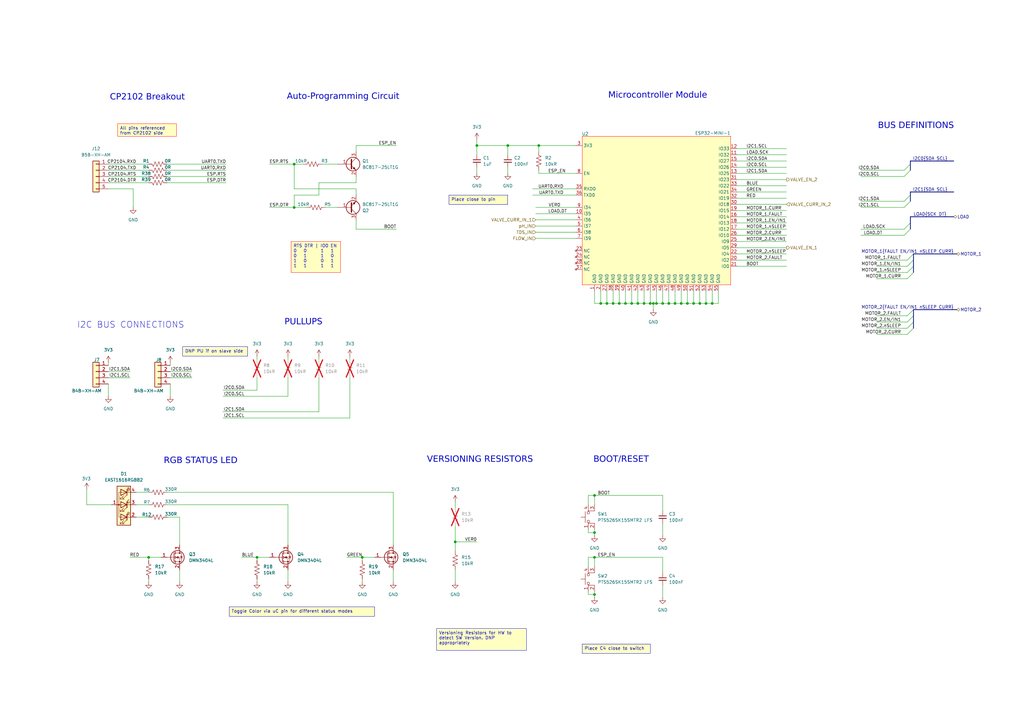
<source format=kicad_sch>
(kicad_sch (version 20231120) (generator "eeschema") (generator_version "8.0")
  (paper "A3")
  (title_block (title "${SHEETNAME}") (rev "1.0.0") (company "Demeter") (comment 1 "Akshat Doctor"))
  (lib_symbols
    (symbol "Connector_Generic:Conn_01x04" (pin_names (offset 1.016) hide)
      (property "Reference" "J" (at 0 5.08 0))
      (property "Value" "Conn_01x04" (at 0 -7.62 0))
      (symbol "Conn_01x04_1_1"
        (rectangle (start -1.27 -4.953) (end 0 -5.207) (stroke (width 0.1524)))
        (rectangle (start -1.27 -2.413) (end 0 -2.667) (stroke (width 0.1524)))
        (rectangle (start -1.27 0.127) (end 0 -0.127) (stroke (width 0.1524)))
        (rectangle (start -1.27 2.667) (end 0 2.413) (stroke (width 0.1524)))
        (rectangle (start -1.27 3.81) (end 1.27 -6.35) (stroke (width 0.254)) (fill (type background)))
        (pin passive line (at -5.08 2.54 0) (length 3.81) (name "Pin_1") (number "1"))
        (pin passive line (at -5.08 0 0) (length 3.81) (name "Pin_2") (number "2"))
        (pin passive line (at -5.08 -2.54 0) (length 3.81) (name "Pin_3") (number "3"))
        (pin passive line (at -5.08 -5.08 0) (length 3.81) (name "Pin_4") (number "4"))
      )
    )
    (symbol "Connector_Generic:Conn_01x05" (pin_names (offset 1.016) hide)
      (property "Reference" "J" (at 0 7.62 0))
      (property "Value" "Conn_01x05" (at 0 -7.62 0))
      (symbol "Conn_01x05_1_1"
        (rectangle (start -1.27 -4.953) (end 0 -5.207) (stroke (width 0.1524)))
        (rectangle (start -1.27 -2.413) (end 0 -2.667) (stroke (width 0.1524)))
        (rectangle (start -1.27 0.127) (end 0 -0.127) (stroke (width 0.1524)))
        (rectangle (start -1.27 2.667) (end 0 2.413) (stroke (width 0.1524)))
        (rectangle (start -1.27 5.207) (end 0 4.953) (stroke (width 0.1524)))
        (rectangle (start -1.27 6.35) (end 1.27 -6.35) (stroke (width 0.254)) (fill (type background)))
        (pin passive line (at -5.08 5.08 0) (length 3.81) (name "Pin_1") (number "1"))
        (pin passive line (at -5.08 2.54 0) (length 3.81) (name "Pin_2") (number "2"))
        (pin passive line (at -5.08 0 0) (length 3.81) (name "Pin_3") (number "3"))
        (pin passive line (at -5.08 -2.54 0) (length 3.81) (name "Pin_4") (number "4"))
        (pin passive line (at -5.08 -5.08 0) (length 3.81) (name "Pin_5") (number "5"))
      )
    )
    (symbol "Demeter_Extra:ESP32-MINI-1"
      (property "Reference" "U" (at 1.016 61.976 0))
      (property "Value" "ESP32-MINI-1" (at 53.594 61.976 0))
      (symbol "ESP32-MINI-1_1_1"
        (rectangle (start 0 60.96) (end 60.96 0) (stroke (width 0) (color 255 0 0 1)) (fill (type background)))
        (pin passive line (at 5.08 -2.54 90) (length 2.54) (name "GND") (number "1"))
        (pin passive line (at -2.54 29.21 0) (length 2.54) (name "I35") (number "10"))
        (pin passive line (at 63.5 53.34 180) (length 2.54) (name "IO32") (number "11"))
        (pin passive line (at 63.5 55.88 180) (length 2.54) (name "IO33") (number "12"))
        (pin passive line (at 63.5 45.72 180) (length 2.54) (name "IO25") (number "13"))
        (pin passive line (at 63.5 48.26 180) (length 2.54) (name "IO26") (number "14"))
        (pin passive line (at 63.5 50.8 180) (length 2.54) (name "IO27") (number "15"))
        (pin passive line (at 63.5 27.94 180) (length 2.54) (name "IO14") (number "16"))
        (pin passive line (at 63.5 22.86 180) (length 2.54) (name "IO12") (number "17"))
        (pin passive line (at 63.5 25.4 180) (length 2.54) (name "IO13") (number "18"))
        (pin passive line (at 63.5 30.48 180) (length 2.54) (name "IO15") (number "19"))
        (pin passive line (at 7.62 -2.54 90) (length 2.54) (name "GND") (number "2"))
        (pin passive line (at 63.5 10.16 180) (length 2.54) (name "IO2") (number "20"))
        (pin passive line (at 63.5 7.62 180) (length 2.54) (name "IO0") (number "21"))
        (pin passive line (at 63.5 12.7 180) (length 2.54) (name "IO4") (number "22"))
        (pin no_connect line (at -2.54 13.97 0) (length 2.54) (name "NC") (number "23"))
        (pin no_connect line (at -2.54 11.43 0) (length 2.54) (name "NC") (number "24"))
        (pin passive line (at 63.5 17.78 180) (length 2.54) (name "IO9") (number "25"))
        (pin passive line (at 63.5 20.32 180) (length 2.54) (name "IO10") (number "26"))
        (pin passive line (at 10.16 -2.54 90) (length 2.54) (name "GND") (number "27"))
        (pin no_connect line (at -2.54 8.89 0) (length 2.54) (name "NC") (number "28"))
        (pin passive line (at 63.5 15.24 180) (length 2.54) (name "IO5") (number "29"))
        (pin passive line (at -2.54 57.15 0) (length 2.54) (name "3V3") (number "3"))
        (pin passive line (at 63.5 33.02 180) (length 2.54) (name "IO18") (number "30"))
        (pin passive line (at 63.5 43.18 180) (length 2.54) (name "IO23") (number "31"))
        (pin passive line (at 63.5 35.56 180) (length 2.54) (name "IO19") (number "32"))
        (pin passive line (at 63.5 40.64 180) (length 2.54) (name "IO22") (number "33"))
        (pin passive line (at 63.5 38.1 180) (length 2.54) (name "IO21") (number "34"))
        (pin passive line (at -2.54 39.37 0) (length 2.54) (name "RXD0") (number "35"))
        (pin passive line (at -2.54 36.83 0) (length 2.54) (name "TXD0") (number "36"))
        (pin no_connect line (at -2.54 6.35 0) (length 2.54) (name "NC") (number "37"))
        (pin passive line (at 12.7 -2.54 90) (length 2.54) (name "GND") (number "38"))
        (pin passive line (at 15.24 -2.54 90) (length 2.54) (name "GND") (number "39"))
        (pin passive line (at -2.54 26.67 0) (length 2.54) (name "I36") (number "4"))
        (pin passive line (at 17.78 -2.54 90) (length 2.54) (name "GND") (number "40"))
        (pin passive line (at 20.32 -2.54 90) (length 2.54) (name "GND") (number "41"))
        (pin passive line (at 22.86 -2.54 90) (length 2.54) (name "GND") (number "42"))
        (pin passive line (at 25.4 -2.54 90) (length 2.54) (name "GND") (number "43"))
        (pin passive line (at 27.94 -2.54 90) (length 2.54) (name "GND") (number "44"))
        (pin passive line (at 30.48 -2.54 90) (length 2.54) (name "GND") (number "45"))
        (pin passive line (at 33.02 -2.54 90) (length 2.54) (name "GND") (number "46"))
        (pin passive line (at 35.56 -2.54 90) (length 2.54) (name "GND") (number "47"))
        (pin passive line (at 38.1 -2.54 90) (length 2.54) (name "GND") (number "48"))
        (pin passive line (at 40.64 -2.54 90) (length 2.54) (name "GND") (number "49"))
        (pin passive line (at -2.54 24.13 0) (length 2.54) (name "I37") (number "5"))
        (pin passive line (at 43.18 -2.54 90) (length 2.54) (name "GND") (number "50"))
        (pin passive line (at 45.72 -2.54 90) (length 2.54) (name "GND") (number "51"))
        (pin passive line (at 48.26 -2.54 90) (length 2.54) (name "GND") (number "52"))
        (pin passive line (at 50.8 -2.54 90) (length 2.54) (name "GND") (number "53"))
        (pin passive line (at 53.34 -2.54 90) (length 2.54) (name "GND") (number "54"))
        (pin passive line (at 55.88 -2.54 90) (length 2.54) (name "GND") (number "55"))
        (pin passive line (at -2.54 21.59 0) (length 2.54) (name "I38") (number "6"))
        (pin passive line (at -2.54 19.05 0) (length 2.54) (name "I39") (number "7"))
        (pin passive line (at -2.54 45.72 0) (length 2.54) (name "EN") (number "8"))
        (pin passive line (at -2.54 31.75 0) (length 2.54) (name "I34") (number "9"))
      )
    )
    (symbol "Device:C_Small" (pin_numbers hide) (pin_names (offset 0.254) hide)
      (property "Reference" "C" (at 0.254 1.778 0))
      (property "Value" "C_Small" (at 0.254 -2.032 0))
      (symbol "C_Small_0_1"
        (polyline (pts (xy -1.524 -0.508) (xy 1.524 -0.508)) (stroke (width 0.3302)))
        (polyline (pts (xy -1.524 0.508) (xy 1.524 0.508)) (stroke (width 0.3048)))
      )
      (symbol "C_Small_1_1"
        (pin passive line (at 0 2.54 270) (length 2.032) (name "~") (number "1"))
        (pin passive line (at 0 -2.54 90) (length 2.032) (name "~") (number "2"))
      )
    )
    (symbol "Device:LED_ARGB" (pin_names (offset 0) hide)
      (property "Reference" "D" (at 0 9.398 0))
      (property "Value" "LED_ARGB" (at 0 -8.89 0))
      (symbol "LED_ARGB_0_0"
        (text "B" (at -1.905 -6.35 0) (effects (font (size 1.27 1.27))))
        (text "G" (at -1.905 -1.27 0) (effects (font (size 1.27 1.27))))
        (text "R" (at -1.905 3.81 0) (effects (font (size 1.27 1.27))))
      )
      (symbol "LED_ARGB_0_1"
        (polyline (pts (xy -1.27 -5.08) (xy -2.54 -5.08)))
        (polyline (pts (xy -1.27 -5.08) (xy 1.27 -5.08)))
        (polyline (pts (xy -1.27 -3.81) (xy -1.27 -6.35)) (stroke (width 0.254)))
        (polyline (pts (xy -1.27 0) (xy -2.54 0)))
        (polyline (pts (xy -1.27 1.27) (xy -1.27 -1.27)) (stroke (width 0.254)))
        (polyline (pts (xy -1.27 5.08) (xy -2.54 5.08)))
        (polyline (pts (xy -1.27 5.08) (xy 1.27 5.08)))
        (polyline (pts (xy -1.27 6.35) (xy -1.27 3.81)) (stroke (width 0.254)))
        (polyline (pts (xy 1.27 0) (xy -1.27 0)))
        (polyline (pts (xy 1.27 0) (xy 2.54 0)))
        (polyline (pts (xy -1.27 1.27) (xy -1.27 -1.27) (xy -1.27 -1.27)))
        (polyline (pts (xy -1.27 6.35) (xy -1.27 3.81) (xy -1.27 3.81)))
        (polyline (pts (xy 1.27 -5.08) (xy 2.032 -5.08) (xy 2.032 5.08) (xy 1.27 5.08)))
        (polyline (pts (xy 1.27 -3.81) (xy 1.27 -6.35) (xy -1.27 -5.08) (xy 1.27 -3.81)) (stroke (width 0.254)))
        (polyline (pts (xy 1.27 1.27) (xy 1.27 -1.27) (xy -1.27 0) (xy 1.27 1.27)) (stroke (width 0.254)))
        (polyline (pts (xy 1.27 6.35) (xy 1.27 3.81) (xy -1.27 5.08) (xy 1.27 6.35)) (stroke (width 0.254)))
        (polyline (pts (xy -1.016 -3.81) (xy 0.508 -2.286) (xy -0.254 -2.286) (xy 0.508 -2.286) (xy 0.508 -3.048)))
        (polyline (pts (xy -1.016 1.27) (xy 0.508 2.794) (xy -0.254 2.794) (xy 0.508 2.794) (xy 0.508 2.032)))
        (polyline (pts (xy -1.016 6.35) (xy 0.508 7.874) (xy -0.254 7.874) (xy 0.508 7.874) (xy 0.508 7.112)))
        (polyline (pts (xy 0 -3.81) (xy 1.524 -2.286) (xy 0.762 -2.286) (xy 1.524 -2.286) (xy 1.524 -3.048)))
        (polyline (pts (xy 0 1.27) (xy 1.524 2.794) (xy 0.762 2.794) (xy 1.524 2.794) (xy 1.524 2.032)))
        (polyline (pts (xy 0 6.35) (xy 1.524 7.874) (xy 0.762 7.874) (xy 1.524 7.874) (xy 1.524 7.112)))
        (rectangle (start 1.27 -1.27) (end 1.27 1.27))
        (rectangle (start 1.27 1.27) (end 1.27 1.27))
        (rectangle (start 1.27 3.81) (end 1.27 6.35))
        (rectangle (start 1.27 6.35) (end 1.27 6.35))
        (circle (center 2.032 0) (radius 0.254) (fill (type outline)))
        (rectangle (start 2.794 8.382) (end -2.794 -7.62) (stroke (width 0.254)) (fill (type background)))
      )
      (symbol "LED_ARGB_1_1"
        (pin passive line (at 5.08 0 180) (length 2.54) (name "A") (number "1"))
        (pin passive line (at -5.08 5.08 0) (length 2.54) (name "RK") (number "2"))
        (pin passive line (at -5.08 0 0) (length 2.54) (name "GK") (number "3"))
        (pin passive line (at -5.08 -5.08 0) (length 2.54) (name "BK") (number "4"))
      )
    )
    (symbol "Device:R_US" (pin_numbers hide) (pin_names (offset 0))
      (property "Reference" "R" (at 2.54 0 90))
      (property "Value" "R_US" (at -2.54 0 90))
      (symbol "R_US_0_1"
        (polyline (pts (xy 0 -2.286) (xy 0 -2.54)))
        (polyline (pts (xy 0 2.286) (xy 0 2.54)))
        (polyline (pts (xy 0 -0.762) (xy 1.016 -1.143) (xy 0 -1.524) (xy -1.016 -1.905) (xy 0 -2.286)))
        (polyline (pts (xy 0 0.762) (xy 1.016 0.381) (xy 0 0) (xy -1.016 -0.381) (xy 0 -0.762)))
        (polyline (pts (xy 0 2.286) (xy 1.016 1.905) (xy 0 1.524) (xy -1.016 1.143) (xy 0 0.762)))
      )
      (symbol "R_US_1_1"
        (pin passive line (at 0 3.81 270) (length 1.27) (name "~") (number "1"))
        (pin passive line (at 0 -3.81 90) (length 1.27) (name "~") (number "2"))
      )
    )
    (symbol "Switch:SW_MEC_5E" (pin_names (offset 1.016) hide)
      (property "Reference" "SW" (at 0.635 5.715 0))
      (property "Value" "SW_MEC_5E" (at 0 -3.175 0))
      (symbol "SW_MEC_5E_0_1"
        (circle (center -1.778 2.54) (radius 0.508))
        (polyline (pts (xy -2.286 3.81) (xy 2.286 3.81)))
        (polyline (pts (xy 0 3.81) (xy 0 5.588)))
        (polyline (pts (xy -2.54 0) (xy -2.54 2.54) (xy -2.286 2.54)))
        (polyline (pts (xy 2.54 0) (xy 2.54 2.54) (xy 2.286 2.54)))
        (circle (center 1.778 2.54) (radius 0.508))
        (pin passive line (at -5.08 2.54 0) (length 2.54) (name "1") (number "1"))
        (pin passive line (at -5.08 0 0) (length 2.54) (name "2") (number "2"))
        (pin passive line (at 5.08 0 180) (length 2.54) (name "K") (number "3"))
        (pin passive line (at 5.08 2.54 180) (length 2.54) (name "A") (number "4"))
      )
    )
    (symbol "Transistor_BJT:BC817" (pin_names (offset 0) hide)
      (property "Reference" "Q" (at 5.08 1.905 0))
      (property "Value" "BC817" (at 5.08 0 0))
      (symbol "BC817_0_1"
        (polyline (pts (xy 0.635 0.635) (xy 2.54 2.54)))
        (polyline (pts (xy 0.635 -0.635) (xy 2.54 -2.54) (xy 2.54 -2.54)))
        (polyline (pts (xy 0.635 1.905) (xy 0.635 -1.905) (xy 0.635 -1.905)) (stroke (width 0.508)))
        (polyline (pts (xy 1.27 -1.778) (xy 1.778 -1.27) (xy 2.286 -2.286) (xy 1.27 -1.778) (xy 1.27 -1.778)) (fill (type outline)))
        (circle (center 1.27 0) (radius 2.8194) (stroke (width 0.254)))
      )
      (symbol "BC817_1_1"
        (pin input line (at -5.08 0 0) (length 5.715) (name "B") (number "1"))
        (pin passive line (at 2.54 -5.08 90) (length 2.54) (name "E") (number "2"))
        (pin passive line (at 2.54 5.08 270) (length 2.54) (name "C") (number "3"))
      )
    )
    (symbol "Transistor_FET:DMN3404L" (pin_names hide)
      (property "Reference" "Q" (at 5.08 1.905 0))
      (property "Value" "DMN3404L" (at 5.08 0 0))
      (symbol "DMN3404L_0_1"
        (polyline (pts (xy 0.254 0) (xy -2.54 0)))
        (polyline (pts (xy 0.254 1.905) (xy 0.254 -1.905)) (stroke (width 0.254)))
        (polyline (pts (xy 0.762 -1.27) (xy 0.762 -2.286)) (stroke (width 0.254)))
        (polyline (pts (xy 0.762 0.508) (xy 0.762 -0.508)) (stroke (width 0.254)))
        (polyline (pts (xy 0.762 2.286) (xy 0.762 1.27)) (stroke (width 0.254)))
        (polyline (pts (xy 2.54 2.54) (xy 2.54 1.778)))
        (polyline (pts (xy 2.54 -2.54) (xy 2.54 0) (xy 0.762 0)))
        (polyline (pts (xy 0.762 -1.778) (xy 3.302 -1.778) (xy 3.302 1.778) (xy 0.762 1.778)))
        (polyline (pts (xy 1.016 0) (xy 2.032 0.381) (xy 2.032 -0.381) (xy 1.016 0)) (fill (type outline)))
        (polyline (pts (xy 2.794 0.508) (xy 2.921 0.381) (xy 3.683 0.381) (xy 3.81 0.254)))
        (polyline (pts (xy 3.302 0.381) (xy 2.921 -0.254) (xy 3.683 -0.254) (xy 3.302 0.381)))
        (circle (center 1.651 0) (radius 2.794) (stroke (width 0.254)))
        (circle (center 2.54 -1.778) (radius 0.254) (fill (type outline)))
        (circle (center 2.54 1.778) (radius 0.254) (fill (type outline)))
      )
      (symbol "DMN3404L_1_1"
        (pin input line (at -5.08 0 0) (length 2.54) (name "G") (number "1"))
        (pin passive line (at 2.54 -5.08 90) (length 2.54) (name "S") (number "2"))
        (pin passive line (at 2.54 5.08 270) (length 2.54) (name "D") (number "3"))
      )
    )
    (symbol "power:+3V3" (power) (pin_numbers hide) (pin_names (offset 0) hide)
      (property "Value" "+3V3" (at 0 3.556 0))
      (symbol "+3V3_0_1"
        (polyline (pts (xy -0.762 1.27) (xy 0 2.54)))
        (polyline (pts (xy 0 0) (xy 0 2.54)))
        (polyline (pts (xy 0 2.54) (xy 0.762 1.27)))
      )
      (symbol "+3V3_1_1"
        (pin power_in line (at 0 0 90) (length 0) (name "~") (number "1"))
      )
    )
    (symbol "power:GND" (power) (pin_numbers hide) (pin_names (offset 0) hide)
      (property "Value" "GND" (at 0 -3.81 0))
      (symbol "GND_0_1"
        (polyline (pts (xy 0 0) (xy 0 -1.27) (xy 1.27 -1.27) (xy 0 -2.54) (xy -1.27 -1.27) (xy 0 -1.27)))
      )
      (symbol "GND_1_1"
        (pin power_in line (at 0 0 270) (length 0) (name "~") (number "1"))
      )
    )
    (symbol "power:VBUS" (power) (pin_numbers hide) (pin_names (offset 0) hide)
      (property "Value" "VBUS" (at 0 3.556 0))
      (symbol "VBUS_0_1"
        (polyline (pts (xy -0.762 1.27) (xy 0 2.54)))
        (polyline (pts (xy 0 0) (xy 0 2.54)))
        (polyline (pts (xy 0 2.54) (xy 0.762 1.27)))
      )
      (symbol "VBUS_1_1"
        (pin power_in line (at 0 0 90) (length 0) (name "~") (number "1"))
      )
    )
  )
  (junction (at 186.69 222.25))
  (junction (at 105.41 228.6))
  (junction (at 220.98 59.69))
  (junction (at 264.16 124.46))
  (junction (at 269.24 124.46))
  (junction (at 120.65 67.31))
  (junction (at 292.1 124.46))
  (junction (at 284.48 124.46))
  (junction (at 60.96 228.6))
  (junction (at 279.4 124.46))
  (junction (at 148.59 228.6))
  (junction (at 246.38 124.46))
  (junction (at 259.08 124.46))
  (junction (at 243.84 243.84))
  (junction (at 276.86 124.46))
  (junction (at 287.02 124.46))
  (junction (at 256.54 124.46))
  (junction (at 267.97 124.46))
  (junction (at 261.62 124.46))
  (junction (at 251.46 124.46))
  (junction (at 254 124.46))
  (junction (at 120.65 85.09))
  (junction (at 281.94 124.46))
  (junction (at 266.7 124.46))
  (junction (at 195.58 59.69))
  (junction (at 271.78 124.46))
  (junction (at 248.92 124.46))
  (junction (at 289.56 124.46))
  (junction (at 208.28 59.69))
  (junction (at 243.84 203.2))
  (junction (at 243.84 218.44))
  (junction (at 274.32 124.46))
  (junction (at 243.84 228.6))
  (bus_entry (at 373.38 93.98) (size -2.54 2.54))
  (bus_entry (at 374.65 109.22) (size -2.54 2.54))
  (bus_entry (at 374.65 132.08) (size -2.54 2.54))
  (bus_entry (at 374.65 106.68) (size -2.54 2.54))
  (bus_entry (at 374.65 129.54) (size -2.54 2.54))
  (bus_entry (at 373.38 69.85) (size -2.54 2.54))
  (bus_entry (at 373.38 91.44) (size -2.54 2.54))
  (bus_entry (at 374.65 127) (size -2.54 2.54))
  (bus_entry (at 373.38 67.31) (size -2.54 2.54))
  (bus_entry (at 374.65 134.62) (size -2.54 2.54))
  (bus_entry (at 373.38 80.01) (size -2.54 2.54))
  (bus_entry (at 374.65 104.14) (size -2.54 2.54))
  (bus_entry (at 374.65 111.76) (size -2.54 2.54))
  (bus_entry (at 373.38 82.55) (size -2.54 2.54))
  (wire (pts (xy 246.38 119.38) (xy 246.38 124.46)))
  (wire (pts (xy 60.96 228.6) (xy 60.96 229.87)))
  (wire (pts (xy 53.34 228.6) (xy 60.96 228.6)))
  (wire (pts (xy 124.46 67.31) (xy 120.65 67.31)))
  (wire (pts (xy 44.45 69.85) (xy 60.96 69.85)))
  (wire (pts (xy 146.05 77.47) (xy 146.05 80.01)))
  (wire (pts (xy 287.02 124.46) (xy 289.56 124.46)))
  (wire (pts (xy 69.85 148.59) (xy 69.85 149.86)))
  (wire (pts (xy 259.08 124.46) (xy 261.62 124.46)))
  (bus (pts (xy 373.38 91.44) (xy 373.38 93.98)))
  (wire (pts (xy 359.41 111.76) (xy 372.11 111.76)))
  (bus (pts (xy 374.65 109.22) (xy 374.65 111.76)))
  (wire (pts (xy 73.66 233.68) (xy 73.66 238.76)))
  (wire (pts (xy 195.58 59.69) (xy 195.58 63.5)))
  (wire (pts (xy 269.24 119.38) (xy 269.24 124.46)))
  (wire (pts (xy 146.05 62.23) (xy 146.05 59.69)))
  (wire (pts (xy 55.88 201.93) (xy 60.96 201.93)))
  (wire (pts (xy 302.26 86.36) (xy 322.58 86.36)))
  (bus (pts (xy 374.65 106.68) (xy 374.65 104.14)))
  (wire (pts (xy 243.84 203.2) (xy 271.78 203.2)))
  (wire (pts (xy 105.41 237.49) (xy 105.41 238.76)))
  (wire (pts (xy 120.65 85.09) (xy 120.65 80.01)))
  (wire (pts (xy 271.78 119.38) (xy 271.78 124.46)))
  (wire (pts (xy 241.3 207.01) (xy 241.3 203.2)))
  (bus (pts (xy 374.65 104.14) (xy 392.43 104.14)))
  (wire (pts (xy 302.26 66.04) (xy 322.58 66.04)))
  (wire (pts (xy 55.88 212.09) (xy 60.96 212.09)))
  (wire (pts (xy 359.41 106.68) (xy 372.11 106.68)))
  (wire (pts (xy 241.3 217.17) (xy 241.3 218.44)))
  (wire (pts (xy 302.26 96.52) (xy 322.58 96.52)))
  (wire (pts (xy 161.29 233.68) (xy 161.29 238.76)))
  (wire (pts (xy 133.35 85.09) (xy 138.43 85.09)))
  (wire (pts (xy 146.05 74.93) (xy 146.05 72.39)))
  (wire (pts (xy 219.71 97.79) (xy 236.22 97.79)))
  (wire (pts (xy 69.85 157.48) (xy 69.85 162.56)))
  (wire (pts (xy 44.45 157.48) (xy 44.45 162.56)))
  (wire (pts (xy 130.81 74.93) (xy 146.05 74.93)))
  (wire (pts (xy 294.64 124.46) (xy 294.64 119.38)))
  (wire (pts (xy 302.26 88.9) (xy 322.58 88.9)))
  (wire (pts (xy 105.41 146.05) (xy 105.41 147.32)))
  (wire (pts (xy 359.41 132.08) (xy 372.11 132.08)))
  (wire (pts (xy 353.06 93.98) (xy 370.84 93.98)))
  (bus (pts (xy 373.38 78.74) (xy 391.16 78.74)))
  (wire (pts (xy 254 119.38) (xy 254 124.46)))
  (wire (pts (xy 55.88 207.01) (xy 60.96 207.01)))
  (wire (pts (xy 302.26 78.74) (xy 322.58 78.74)))
  (wire (pts (xy 78.74 154.94) (xy 69.85 154.94)))
  (wire (pts (xy 195.58 68.58) (xy 195.58 71.12)))
  (wire (pts (xy 208.28 59.69) (xy 220.98 59.69)))
  (wire (pts (xy 241.3 243.84) (xy 243.84 243.84)))
  (wire (pts (xy 289.56 124.46) (xy 292.1 124.46)))
  (wire (pts (xy 68.58 69.85) (xy 92.71 69.85)))
  (wire (pts (xy 220.98 59.69) (xy 236.22 59.69)))
  (wire (pts (xy 302.26 73.66) (xy 322.58 73.66)))
  (wire (pts (xy 259.08 119.38) (xy 259.08 124.46)))
  (wire (pts (xy 302.26 91.44) (xy 322.58 91.44)))
  (bus (pts (xy 373.38 66.04) (xy 373.38 67.31)))
  (wire (pts (xy 241.3 218.44) (xy 243.84 218.44)))
  (wire (pts (xy 261.62 119.38) (xy 261.62 124.46)))
  (wire (pts (xy 241.3 232.41) (xy 241.3 228.6)))
  (wire (pts (xy 99.06 228.6) (xy 105.41 228.6)))
  (wire (pts (xy 271.78 203.2) (xy 271.78 209.55)))
  (wire (pts (xy 284.48 119.38) (xy 284.48 124.46)))
  (wire (pts (xy 266.7 119.38) (xy 266.7 124.46)))
  (wire (pts (xy 161.29 201.93) (xy 161.29 223.52)))
  (wire (pts (xy 219.71 95.25) (xy 236.22 95.25)))
  (bus (pts (xy 374.65 127) (xy 392.43 127)))
  (wire (pts (xy 359.41 134.62) (xy 372.11 134.62)))
  (wire (pts (xy 267.97 124.46) (xy 267.97 127)))
  (wire (pts (xy 302.26 83.82) (xy 322.58 83.82)))
  (wire (pts (xy 243.84 232.41) (xy 243.84 228.6)))
  (wire (pts (xy 302.26 60.96) (xy 322.58 60.96)))
  (wire (pts (xy 281.94 119.38) (xy 281.94 124.46)))
  (wire (pts (xy 256.54 119.38) (xy 256.54 124.46)))
  (wire (pts (xy 132.08 67.31) (xy 138.43 67.31)))
  (wire (pts (xy 241.3 228.6) (xy 243.84 228.6)))
  (wire (pts (xy 353.06 96.52) (xy 370.84 96.52)))
  (wire (pts (xy 359.41 114.3) (xy 372.11 114.3)))
  (wire (pts (xy 264.16 119.38) (xy 264.16 124.46)))
  (wire (pts (xy 243.84 124.46) (xy 246.38 124.46)))
  (wire (pts (xy 241.3 242.57) (xy 241.3 243.84)))
  (wire (pts (xy 60.96 228.6) (xy 66.04 228.6)))
  (wire (pts (xy 243.84 119.38) (xy 243.84 124.46)))
  (wire (pts (xy 68.58 201.93) (xy 161.29 201.93)))
  (wire (pts (xy 302.26 109.22) (xy 322.58 109.22)))
  (wire (pts (xy 44.45 74.93) (xy 60.96 74.93)))
  (wire (pts (xy 243.84 243.84) (xy 243.84 242.57)))
  (wire (pts (xy 276.86 119.38) (xy 276.86 124.46)))
  (wire (pts (xy 248.92 124.46) (xy 251.46 124.46)))
  (wire (pts (xy 143.51 146.05) (xy 143.51 147.32)))
  (wire (pts (xy 118.11 162.56) (xy 118.11 154.94)))
  (wire (pts (xy 78.74 152.4) (xy 69.85 152.4)))
  (bus (pts (xy 373.38 78.74) (xy 373.38 80.01)))
  (wire (pts (xy 110.49 85.09) (xy 120.65 85.09)))
  (wire (pts (xy 73.66 223.52) (xy 73.66 212.09)))
  (wire (pts (xy 105.41 228.6) (xy 110.49 228.6)))
  (wire (pts (xy 220.98 59.69) (xy 220.98 62.23)))
  (wire (pts (xy 219.71 87.63) (xy 236.22 87.63)))
  (wire (pts (xy 353.06 82.55) (xy 370.84 82.55)))
  (wire (pts (xy 353.06 85.09) (xy 370.84 85.09)))
  (wire (pts (xy 186.69 222.25) (xy 195.58 222.25)))
  (wire (pts (xy 53.34 152.4) (xy 44.45 152.4)))
  (wire (pts (xy 146.05 90.17) (xy 146.05 93.98)))
  (wire (pts (xy 68.58 212.09) (xy 73.66 212.09)))
  (wire (pts (xy 243.84 245.11) (xy 243.84 243.84)))
  (wire (pts (xy 302.26 63.5) (xy 322.58 63.5)))
  (wire (pts (xy 91.44 168.91) (xy 130.81 168.91)))
  (wire (pts (xy 91.44 160.02) (xy 105.41 160.02)))
  (wire (pts (xy 266.7 124.46) (xy 267.97 124.46)))
  (wire (pts (xy 302.26 99.06) (xy 322.58 99.06)))
  (wire (pts (xy 35.56 200.66) (xy 35.56 207.01)))
  (wire (pts (xy 143.51 154.94) (xy 143.51 171.45)))
  (wire (pts (xy 243.84 207.01) (xy 243.84 203.2)))
  (wire (pts (xy 248.92 119.38) (xy 248.92 124.46)))
  (wire (pts (xy 219.71 92.71) (xy 236.22 92.71)))
  (bus (pts (xy 374.65 129.54) (xy 374.65 127)))
  (wire (pts (xy 130.81 168.91) (xy 130.81 154.94)))
  (wire (pts (xy 243.84 219.71) (xy 243.84 218.44)))
  (wire (pts (xy 246.38 124.46) (xy 248.92 124.46)))
  (wire (pts (xy 68.58 67.31) (xy 92.71 67.31)))
  (wire (pts (xy 208.28 59.69) (xy 208.28 63.5)))
  (wire (pts (xy 105.41 228.6) (xy 105.41 229.87)))
  (wire (pts (xy 243.84 228.6) (xy 271.78 228.6)))
  (wire (pts (xy 264.16 124.46) (xy 266.7 124.46)))
  (wire (pts (xy 359.41 137.16) (xy 372.11 137.16)))
  (wire (pts (xy 110.49 67.31) (xy 120.65 67.31)))
  (wire (pts (xy 130.81 146.05) (xy 130.81 147.32)))
  (wire (pts (xy 292.1 124.46) (xy 294.64 124.46)))
  (wire (pts (xy 271.78 228.6) (xy 271.78 234.95)))
  (wire (pts (xy 146.05 93.98) (xy 162.56 93.98)))
  (wire (pts (xy 359.41 109.22) (xy 372.11 109.22)))
  (wire (pts (xy 120.65 77.47) (xy 146.05 77.47)))
  (wire (pts (xy 142.24 228.6) (xy 148.59 228.6)))
  (wire (pts (xy 302.26 93.98) (xy 322.58 93.98)))
  (bus (pts (xy 373.38 88.9) (xy 373.38 91.44)))
  (wire (pts (xy 148.59 228.6) (xy 153.67 228.6)))
  (wire (pts (xy 148.59 228.6) (xy 148.59 229.87)))
  (wire (pts (xy 287.02 119.38) (xy 287.02 124.46)))
  (wire (pts (xy 271.78 240.03) (xy 271.78 245.11)))
  (wire (pts (xy 146.05 59.69) (xy 162.56 59.69)))
  (wire (pts (xy 186.69 233.68) (xy 186.69 238.76)))
  (wire (pts (xy 220.98 69.85) (xy 220.98 71.12)))
  (wire (pts (xy 219.71 90.17) (xy 236.22 90.17)))
  (wire (pts (xy 261.62 124.46) (xy 264.16 124.46)))
  (wire (pts (xy 118.11 233.68) (xy 118.11 238.76)))
  (wire (pts (xy 186.69 205.74) (xy 186.69 208.28)))
  (wire (pts (xy 60.96 237.49) (xy 60.96 238.76)))
  (wire (pts (xy 281.94 124.46) (xy 284.48 124.46)))
  (wire (pts (xy 241.3 203.2) (xy 243.84 203.2)))
  (bus (pts (xy 373.38 67.31) (xy 373.38 69.85)))
  (wire (pts (xy 279.4 124.46) (xy 281.94 124.46)))
  (wire (pts (xy 118.11 146.05) (xy 118.11 147.32)))
  (wire (pts (xy 254 124.46) (xy 256.54 124.46)))
  (wire (pts (xy 44.45 67.31) (xy 60.96 67.31)))
  (wire (pts (xy 208.28 68.58) (xy 208.28 71.12)))
  (wire (pts (xy 302.26 71.12) (xy 322.58 71.12)))
  (wire (pts (xy 302.26 104.14) (xy 322.58 104.14)))
  (wire (pts (xy 284.48 124.46) (xy 287.02 124.46)))
  (wire (pts (xy 68.58 207.01) (xy 118.11 207.01)))
  (wire (pts (xy 289.56 119.38) (xy 289.56 124.46)))
  (wire (pts (xy 91.44 162.56) (xy 118.11 162.56)))
  (wire (pts (xy 120.65 80.01) (xy 130.81 80.01)))
  (wire (pts (xy 353.06 69.85) (xy 370.84 69.85)))
  (bus (pts (xy 373.38 80.01) (xy 373.38 82.55)))
  (wire (pts (xy 276.86 124.46) (xy 279.4 124.46)))
  (wire (pts (xy 54.61 77.47) (xy 54.61 85.09)))
  (wire (pts (xy 353.06 72.39) (xy 370.84 72.39)))
  (wire (pts (xy 120.65 67.31) (xy 120.65 77.47)))
  (wire (pts (xy 269.24 124.46) (xy 271.78 124.46)))
  (wire (pts (xy 195.58 57.15) (xy 195.58 59.69)))
  (wire (pts (xy 292.1 119.38) (xy 292.1 124.46)))
  (bus (pts (xy 373.38 66.04) (xy 391.16 66.04)))
  (wire (pts (xy 271.78 214.63) (xy 271.78 219.71)))
  (wire (pts (xy 218.44 80.01) (xy 236.22 80.01)))
  (wire (pts (xy 53.34 154.94) (xy 44.45 154.94)))
  (wire (pts (xy 220.98 71.12) (xy 236.22 71.12)))
  (wire (pts (xy 243.84 218.44) (xy 243.84 217.17)))
  (wire (pts (xy 91.44 171.45) (xy 143.51 171.45)))
  (wire (pts (xy 68.58 74.93) (xy 92.71 74.93)))
  (wire (pts (xy 219.71 85.09) (xy 236.22 85.09)))
  (wire (pts (xy 125.73 85.09) (xy 120.65 85.09)))
  (wire (pts (xy 118.11 207.01) (xy 118.11 223.52)))
  (wire (pts (xy 274.32 119.38) (xy 274.32 124.46)))
  (wire (pts (xy 359.41 129.54) (xy 372.11 129.54)))
  (wire (pts (xy 274.32 124.46) (xy 276.86 124.46)))
  (wire (pts (xy 302.26 68.58) (xy 322.58 68.58)))
  (wire (pts (xy 271.78 124.46) (xy 274.32 124.46)))
  (wire (pts (xy 302.26 81.28) (xy 322.58 81.28)))
  (bus (pts (xy 374.65 132.08) (xy 374.65 134.62)))
  (wire (pts (xy 148.59 237.49) (xy 148.59 238.76)))
  (wire (pts (xy 302.26 76.2) (xy 322.58 76.2)))
  (wire (pts (xy 44.45 148.59) (xy 44.45 149.86)))
  (wire (pts (xy 105.41 160.02) (xy 105.41 154.94)))
  (wire (pts (xy 218.44 77.47) (xy 236.22 77.47)))
  (wire (pts (xy 256.54 124.46) (xy 259.08 124.46)))
  (wire (pts (xy 267.97 124.46) (xy 269.24 124.46)))
  (wire (pts (xy 251.46 124.46) (xy 254 124.46)))
  (wire (pts (xy 45.72 207.01) (xy 35.56 207.01)))
  (bus (pts (xy 391.16 88.9) (xy 373.38 88.9)))
  (wire (pts (xy 68.58 72.39) (xy 92.71 72.39)))
  (wire (pts (xy 44.45 77.47) (xy 54.61 77.47)))
  (wire (pts (xy 186.69 222.25) (xy 186.69 226.06)))
  (wire (pts (xy 302.26 101.6) (xy 322.58 101.6)))
  (wire (pts (xy 186.69 215.9) (xy 186.69 222.25)))
  (bus (pts (xy 374.65 106.68) (xy 374.65 109.22)))
  (wire (pts (xy 251.46 119.38) (xy 251.46 124.46)))
  (wire (pts (xy 130.81 80.01) (xy 130.81 74.93)))
  (wire (pts (xy 279.4 119.38) (xy 279.4 124.46)))
  (wire (pts (xy 302.26 106.68) (xy 322.58 106.68)))
  (wire (pts (xy 195.58 59.69) (xy 208.28 59.69)))
  (bus (pts (xy 374.65 129.54) (xy 374.65 132.08)))
  (wire (pts (xy 44.45 72.39) (xy 60.96 72.39)))
  (text_box "DNP PU if on slave side" (at 74.93 142.24 0) (size 26.67 3.81) (fill (type color) (color 255 255 194 1)) (effects (font (size 1.27 1.27)) (justify left top)))
  (text_box "All pins referenced from CP2102 side" (at 48.26 50.8 0) (size 24.13 5.08) (stroke (width 0) (color 255 0 0 1)) (fill (type color) (color 255 255 194 1)) (effects (font (size 1.27 1.27)) (justify left top)))
  (text_box "Versioning Resistors for HW to detect SW Version. DNP appropriately" (at 179.07 257.81 0) (size 36.83 8.89) (fill (type color) (color 255 255 194 1)) (effects (font (size 1.27 1.27)) (justify left top)))
  (text_box "RTS DTR | IO0 EN\n0   0      1   1\n0   1      1   0\n1   0      0   1\n1   1      1   1" (at 119.38 99.06 0) (size 20.32 12.7) (stroke (width 0) (color 255 0 0 1)) (fill (type color) (color 255 255 194 1)) (effects (font (size 1.27 1.27)) (justify left top)))
  (text_box "Toggle Color via uC pin for different status modes" (at 93.98 248.92 0) (size 59.69 3.81) (fill (type color) (color 255 255 194 1)) (effects (font (size 1.27 1.27)) (justify left top)))
  (text_box "Place C4 close to switch" (at 238.76 264.16 0) (size 27.94 3.81) (fill (type color) (color 255 255 194 1)) (effects (font (size 1.27 1.27)) (justify left top)))
  (text_box "Place close to pin" (at 184.15 80.01 0) (size 24.13 3.81) (fill (type color) (color 255 255 194 1)) (effects (font (size 1.27 1.27)) (justify left top)))
  (text "I2C BUS CONNECTIONS\n" (at 53.594 133.35 0) (effects (font (size 2.54 2.54))))
  (text "VERSIONING RESISTORS\n" (at 196.85 189.23 0) (effects (font (size 2.54 2.54))))
  (text "RGB STATUS LED" (at 82.296 189.738 0) (effects (font (size 2.54 2.54))))
  (text "Microcontroller Module" (at 269.748 39.878 0) (effects (font (size 2.54 2.54))))
  (text "PULLUPS\n" (at 124.46 132.842 0) (effects (font (size 2.54 2.54))))
  (text "Auto-Programming Circuit\n" (at 140.716 40.386 0) (effects (font (size 2.54 2.54))))
  (text "CP2102 Breakout\n" (at 60.452 40.64 0) (effects (font (size 2.54 2.54))))
  (text "BUS DEFINITIONS" (at 375.666 52.324 0) (effects (font (size 2.54 2.54))))
  (text "BOOT/RESET" (at 254.762 189.23 0) (effects (font (size 2.54 2.54))))
  (label "UART0.TXD" (at 231.14 80.01 180))
  (label "ESP.DTR" (at 92.71 74.93 180))
  (label "ESP.RTS" (at 92.71 72.39 180))
  (label "BOOT" (at 245.11 203.2 0))
  (label "ESP_EN" (at 162.56 59.69 180))
  (label "UART0.RXD" (at 92.71 69.85 180))
  (label "GREEN" (at 148.59 228.6 180))
  (label "MOTOR_1{FAULT EN{slash}IN1 nSLEEP CURR}" (at 391.16 104.14 180))
  (label "GREEN" (at 306.07 78.74 0))
  (label "CP2104.TXD" (at 55.88 69.85 180))
  (label "BLUE" (at 104.14 228.6 180))
  (label "MOTOR_2.EN{slash}IN1" (at 306.07 99.06 0))
  (label "ESP.DTR" (at 110.49 85.09 0))
  (label "CP2104.DTR" (at 55.88 74.93 180))
  (label "MOTOR_1.nSLEEP" (at 369.57 111.76 180))
  (label "MOTOR_2.nSLEEP" (at 369.57 134.62 180))
  (label "I2C0.SDA" (at 306.07 66.04 0))
  (label "I2C0.SDA" (at 78.74 152.4 180))
  (label "LOAD.DT" (at 361.95 96.52 180))
  (label "MOTOR_1.FAULT" (at 306.07 88.9 0))
  (label "MOTOR_2.CURR" (at 369.57 137.16 180))
  (label "CP2104.RTS" (at 55.88 72.39 180))
  (label "I2C0.SCL" (at 306.07 68.58 0))
  (label "BOOT" (at 162.56 93.98 180))
  (label "I2C0.SCL" (at 78.74 154.94 180))
  (label "I2C1.SCL" (at 306.07 60.96 0))
  (label "LOAD.DT" (at 224.79 87.63 0))
  (label "BOOT" (at 306.07 109.22 0))
  (label "BLUE" (at 306.07 76.2 0))
  (label "I2C1{SDA SCL}" (at 388.62 78.74 180))
  (label "I2C0.SCL" (at 100.33 162.56 180))
  (label "ESP_EN" (at 245.11 228.6 0))
  (label "ESP_EN" (at 224.79 71.12 0))
  (label "I2C1.SDA" (at 100.33 168.91 180))
  (label "MOTOR_1.FAULT" (at 369.57 106.68 180))
  (label "I2C1.SCL" (at 53.34 154.94 180))
  (label "I2C0.SCL" (at 360.68 72.39 180))
  (label "I2C1.SDA" (at 306.07 71.12 0))
  (label "MOTOR_2.FAULT" (at 369.57 129.54 180))
  (label "MOTOR_1.CURR" (at 306.07 86.36 0))
  (label "VER0" (at 195.58 222.25 180))
  (label "UART0.TXD" (at 92.71 67.31 180))
  (label "UART0.RXD" (at 231.14 77.47 180))
  (label "MOTOR_2{FAULT EN{slash}IN1 nSLEEP CURR}" (at 391.16 127 180))
  (label "I2C1.SDA" (at 360.68 82.55 180))
  (label "I2C0{SDA SCL}" (at 388.62 66.04 180))
  (label "I2C1.SDA" (at 53.34 152.4 180))
  (label "LOAD{SCK DT}" (at 374.65 88.9 0))
  (label "MOTOR_1.CURR" (at 369.57 114.3 180))
  (label "MOTOR_2.CURR" (at 306.07 96.52 0))
  (label "ESP.RTS" (at 110.49 67.31 0))
  (label "LOAD.SCK" (at 306.07 63.5 0))
  (label "I2C0.SDA" (at 360.68 69.85 180))
  (label "VER0" (at 229.87 85.09 180))
  (label "I2C1.SCL" (at 100.33 171.45 180))
  (label "MOTOR_1.EN{slash}IN1" (at 369.57 109.22 180))
  (label "MOTOR_1.nSLEEP" (at 306.07 93.98 0))
  (label "MOTOR_1.EN{slash}IN1" (at 306.07 91.44 0))
  (label "RED" (at 306.07 81.28 0))
  (label "MOTOR_2.EN{slash}IN1" (at 369.57 132.08 180))
  (label "I2C0.SDA" (at 100.33 160.02 180))
  (label "CP2104.RXD" (at 55.88 67.31 180))
  (label "RED" (at 57.15 228.6 180))
  (label "LOAD.SCK" (at 363.22 93.98 180))
  (label "MOTOR_2.FAULT" (at 306.07 106.68 0))
  (label "MOTOR_2.nSLEEP" (at 306.07 104.14 0))
  (label "I2C1.SCL" (at 360.68 85.09 180))
  (hierarchical_label "MOTOR_2" (shape bidirectional) (at 392.43 127 0))
  (hierarchical_label "VALVE_CURR_IN_1" (shape input) (at 219.71 90.17 180))
  (hierarchical_label "TDS_IN" (shape input) (at 219.71 95.25 180))
  (hierarchical_label "VALVE_EN_1" (shape output) (at 322.58 101.6 0))
  (hierarchical_label "VALVE_EN_2" (shape output) (at 322.58 73.66 0))
  (hierarchical_label "pH_IN" (shape input) (at 219.71 92.71 180))
  (hierarchical_label "MOTOR_1" (shape bidirectional) (at 392.43 104.14 0))
  (hierarchical_label "LOAD" (shape bidirectional) (at 391.16 88.9 0))
  (hierarchical_label "VALVE_CURR_IN_2" (shape input) (at 322.58 83.82 0))
  (hierarchical_label "FLOW_IN" (shape input) (at 219.71 97.79 180))
  (symbol (lib_id "power:GND") (at 243.84 245.11 0) (unit 1)
    (property "Reference" "#PWR023" (effects (hide yes)))
    (property "Value" "GND" (at 243.84 250.19 0))
    (property "Description" "Power symbol creates a global label with name \"GND\" , ground" (effects (hide yes)))
  )
  (symbol (lib_id "Device:R_US") (at 220.98 66.04 0) (unit 1)
    (property "Reference" "R2" (at 223.52 64.7699 0) (effects (justify left)))
    (property "Value" "10kR" (at 223.52 67.3099 0) (effects (justify left)))
    (property "Footprint" "Resistor_SMD:R_0603_1608Metric" (effects (hide yes)))
    (property "Description" "Resistor, US symbol" (effects (hide yes)))
    (property "Part Number" "RC0603FR-0710KL" (effects (hide yes)))
  )
  (symbol (lib_id "power:VBUS") (at 130.81 146.05 0) (mirror y) (unit 1)
    (property "Reference" "#PWR09" (effects (hide yes)))
    (property "Value" "3V3" (at 130.81 140.97 0))
    (property "Description" "Power symbol creates a global label with name \"VBUS\"" (effects (hide yes)))
  )
  (symbol (lib_id "Device:R_US") (at 105.41 233.68 0) (unit 1)
    (property "Reference" "R18" (at 107.95 232.4099 0) (effects (justify left)))
    (property "Value" "10kR" (at 107.95 234.9499 0) (effects (justify left)))
    (property "Footprint" "Resistor_SMD:R_0603_1608Metric" (effects (hide yes)))
    (property "Description" "Resistor, US symbol" (effects (hide yes)))
    (property "Part Number" "RC0603FR-0710KL" (effects (hide yes)))
  )
  (symbol (lib_id "power:+3V3") (at 35.56 200.66 0) (unit 1)
    (property "Reference" "#PWR06" (effects (hide yes)))
    (property "Value" "3V3" (at 33.528 196.342 0) (effects (justify left)))
    (property "Description" "Power symbol creates a global label with name \"+3V3\"" (effects (hide yes)))
  )
  (symbol (lib_id "Device:LED_ARGB") (at 50.8 207.01 180) (unit 1)
    (property "Reference" "D1" (at 50.8 194.31 0))
    (property "Value" "EAST1616RGBB2" (at 50.8 196.85 0))
    (property "Footprint" "DEMETER_LIB:EAST1616RGBB2" (effects (hide yes)))
    (property "Description" "RGB LED, anode/red/green/blue" (effects (hide yes)))
    (property "Part Number" "EAST1616RGBB2" (effects (hide yes)))
  )
  (symbol (lib_id "Transistor_BJT:BC817") (at 143.51 67.31 0) (unit 1)
    (property "Reference" "Q1" (at 148.59 66.0399 0) (effects (justify left)))
    (property "Value" "BC817-25LT1G" (at 148.59 68.5799 0) (effects (justify left)))
    (property "Footprint" "Package_TO_SOT_SMD:SOT-23" (effects (hide yes)))
    (property "Datasheet" "https://www.onsemi.com/pub/Collateral/BC818-D.pdf" (effects (hide yes)))
    (property "Description" "0.8A Ic, 45V Vce, NPN Transistor, SOT-23" (effects (hide yes)))
    (property "Part Number" "BC817-25LT1G" (effects (hide yes)))
  )
  (symbol (lib_id "Connector_Generic:Conn_01x04") (at 64.77 152.4 0) (mirror y) (unit 1)
    (property "Reference" "J8" (at 66.294 147.574 0) (effects (justify left)))
    (property "Value" "B4B-XH-AM" (at 67.056 160.274 0) (effects (justify left)))
    (property "Footprint" "Connector_JST:JST_XH_B4B-XH-AM_1x04_P2.50mm_Vertical" (effects (hide yes)))
    (property "Description" "Generic connector, single row, 01x04, script generated (kicad-library-utils/schlib/autogen/connector/)" (effects (hide yes)))
    (property "Part Number" "B4B-XH-AM " (effects (hide yes)))
  )
  (symbol (lib_id "Connector_Generic:Conn_01x04") (at 39.37 152.4 0) (mirror y) (unit 1)
    (property "Reference" "J7" (at 40.894 147.574 0) (effects (justify left)))
    (property "Value" "B4B-XH-AM" (at 41.656 160.274 0) (effects (justify left)))
    (property "Footprint" "Connector_JST:JST_XH_B4B-XH-AM_1x04_P2.50mm_Vertical" (effects (hide yes)))
    (property "Description" "Generic connector, single row, 01x04, script generated (kicad-library-utils/schlib/autogen/connector/)" (effects (hide yes)))
    (property "Part Number" "B4B-XH-AM " (effects (hide yes)))
  )
  (symbol (lib_id "Device:R_US") (at 64.77 74.93 270) (mirror x) (unit 1)
    (property "Reference" "R39" (at 59.944 73.66 90))
    (property "Value" "0R" (at 68.834 73.66 90))
    (property "Footprint" "Resistor_SMD:R_0603_1608Metric" (effects (hide yes)))
    (property "Description" "Resistor, US symbol" (effects (hide yes)))
    (property "Part Number" "RC0603FR-070RL" (effects (hide yes)))
  )
  (symbol (lib_id "Device:R_US") (at 186.69 229.87 0) (unit 1)
    (property "Reference" "R15" (at 189.23 228.5999 0) (effects (justify left)))
    (property "Value" "10kR" (at 189.23 231.1399 0) (effects (justify left)))
    (property "Footprint" "Resistor_SMD:R_0603_1608Metric" (effects (hide yes)))
    (property "Description" "Resistor, US symbol" (effects (hide yes)))
    (property "Part Number" "RC0603FR-0710KL" (effects (hide yes)))
  )
  (symbol (lib_id "Device:R_US") (at 64.77 67.31 270) (mirror x) (unit 1)
    (property "Reference" "R1" (at 59.944 66.04 90))
    (property "Value" "0R" (at 68.834 66.04 90))
    (property "Footprint" "Resistor_SMD:R_0603_1608Metric" (effects (hide yes)))
    (property "Description" "Resistor, US symbol" (effects (hide yes)))
    (property "Part Number" "RC0603FR-070RL" (effects (hide yes)))
  )
  (symbol (lib_id "power:VBUS") (at 186.69 205.74 0) (mirror y) (unit 1)
    (property "Reference" "#PWR011" (effects (hide yes)))
    (property "Value" "3V3" (at 186.69 200.66 0))
    (property "Description" "Power symbol creates a global label with name \"VBUS\"" (effects (hide yes)))
  )
  (symbol (lib_id "power:VBUS") (at 69.85 148.59 0) (unit 1)
    (property "Reference" "#PWR066" (effects (hide yes)))
    (property "Value" "3V3" (at 69.85 143.51 0))
    (property "Description" "Power symbol creates a global label with name \"VBUS\"" (effects (hide yes)))
  )
  (symbol (lib_id "Device:C_Small") (at 208.28 66.04 0) (unit 1)
    (property "Reference" "C2" (at 210.82 64.7762 0) (effects (justify left)))
    (property "Value" "100nF" (at 210.82 67.3162 0) (effects (justify left)))
    (property "Footprint" "Capacitor_SMD:C_1206_3216Metric" (effects (hide yes)))
    (property "Description" "Unpolarized capacitor, small symbol" (effects (hide yes)))
    (property "Part Number" "CL31B104KCFNNNE" (effects (hide yes)))
  )
  (symbol (lib_id "Device:R_US") (at 64.77 72.39 270) (mirror x) (unit 1)
    (property "Reference" "R38" (at 59.944 71.12 90))
    (property "Value" "0R" (at 68.834 71.12 90))
    (property "Footprint" "Resistor_SMD:R_0603_1608Metric" (effects (hide yes)))
    (property "Description" "Resistor, US symbol" (effects (hide yes)))
    (property "Part Number" "RC0603FR-070RL" (effects (hide yes)))
  )
  (symbol (lib_id "Device:R_US") (at 148.59 233.68 0) (unit 1)
    (property "Reference" "R19" (at 151.13 232.4099 0) (effects (justify left)))
    (property "Value" "10kR" (at 151.13 234.9499 0) (effects (justify left)))
    (property "Footprint" "Resistor_SMD:R_0603_1608Metric" (effects (hide yes)))
    (property "Description" "Resistor, US symbol" (effects (hide yes)))
    (property "Part Number" "RC0603FR-0710KL" (effects (hide yes)))
  )
  (symbol (lib_id "power:VBUS") (at 44.45 148.59 0) (unit 1)
    (property "Reference" "#PWR065" (effects (hide yes)))
    (property "Value" "3V3" (at 44.45 143.51 0))
    (property "Description" "Power symbol creates a global label with name \"VBUS\"" (effects (hide yes)))
  )
  (symbol (lib_id "power:GND") (at 54.61 85.09 0) (mirror y) (unit 1)
    (property "Reference" "#PWR04" (effects (hide yes)))
    (property "Value" "GND" (at 54.61 90.17 0))
    (property "Description" "Power symbol creates a global label with name \"GND\" , ground" (effects (hide yes)))
  )
  (symbol (lib_id "Device:C_Small") (at 271.78 212.09 0) (unit 1)
    (property "Reference" "C3" (at 274.32 210.8262 0) (effects (justify left)))
    (property "Value" "100nF" (at 274.32 213.3662 0) (effects (justify left)))
    (property "Footprint" "Capacitor_SMD:C_1206_3216Metric" (effects (hide yes)))
    (property "Description" "Unpolarized capacitor, small symbol" (effects (hide yes)))
    (property "Part Number" "CL31B104KCFNNNE" (effects (hide yes)))
  )
  (symbol (lib_id "power:GND") (at 271.78 245.11 0) (unit 1)
    (property "Reference" "#PWR024" (effects (hide yes)))
    (property "Value" "GND" (at 271.78 250.19 0))
    (property "Description" "Power symbol creates a global label with name \"GND\" , ground" (effects (hide yes)))
  )
  (symbol (lib_id "Device:R_US") (at 60.96 233.68 0) (unit 1)
    (property "Reference" "R17" (at 63.5 232.4099 0) (effects (justify left)))
    (property "Value" "10kR" (at 63.5 234.9499 0) (effects (justify left)))
    (property "Footprint" "Resistor_SMD:R_0603_1608Metric" (effects (hide yes)))
    (property "Description" "Resistor, US symbol" (effects (hide yes)))
    (property "Part Number" "RC0603FR-0710KL" (effects (hide yes)))
  )
  (symbol (lib_id "Device:C_Small") (at 195.58 66.04 0) (unit 1)
    (property "Reference" "C1" (at 198.12 64.7762 0) (effects (justify left)))
    (property "Value" "1uF" (at 198.12 67.3162 0) (effects (justify left)))
    (property "Footprint" "Capacitor_SMD:C_1206_3216Metric" (effects (hide yes)))
    (property "Description" "Unpolarized capacitor, small symbol" (effects (hide yes)))
    (property "Part Number" "CL31B105KCHNNNE " (effects (hide yes)))
  )
  (symbol (lib_id "Connector_Generic:Conn_01x05") (at 39.37 72.39 0) (mirror y) (unit 1)
    (property "Reference" "J12" (at 39.37 60.96 0))
    (property "Value" "B5B-XH-AM" (at 39.37 63.5 0))
    (property "Footprint" "Connector_JST:JST_XH_B5B-XH-AM_1x05_P2.50mm_Vertical" (effects (hide yes)))
    (property "Description" "Generic connector, single row, 01x05, script generated (kicad-library-utils/schlib/autogen/connector/)" (effects (hide yes)))
  )
  (symbol (lib_id "Device:C_Small") (at 271.78 237.49 0) (unit 1)
    (property "Reference" "C4" (at 274.32 236.2262 0) (effects (justify left)))
    (property "Value" "100nF" (at 274.32 238.7662 0) (effects (justify left)))
    (property "Footprint" "Capacitor_SMD:C_1206_3216Metric" (effects (hide yes)))
    (property "Description" "Unpolarized capacitor, small symbol" (effects (hide yes)))
    (property "Part Number" "CL31B104KCFNNNE" (effects (hide yes)))
  )
  (symbol (lib_id "power:GND") (at 105.41 238.76 0) (unit 1)
    (property "Reference" "#PWR017" (effects (hide yes)))
    (property "Value" "GND" (at 105.41 243.84 0))
    (property "Description" "Power symbol creates a global label with name \"GND\" , ground" (effects (hide yes)))
  )
  (symbol (lib_id "power:VBUS") (at 118.11 146.05 0) (mirror y) (unit 1)
    (property "Reference" "#PWR08" (effects (hide yes)))
    (property "Value" "3V3" (at 118.11 140.97 0))
    (property "Description" "Power symbol creates a global label with name \"VBUS\"" (effects (hide yes)))
  )
  (symbol (lib_id "power:GND") (at 195.58 71.12 0) (unit 1)
    (property "Reference" "#PWR02" (effects (hide yes)))
    (property "Value" "GND" (at 195.58 76.2 0))
    (property "Description" "Power symbol creates a global label with name \"GND\" , ground" (effects (hide yes)))
  )
  (symbol (lib_id "power:GND") (at 118.11 238.76 0) (unit 1)
    (property "Reference" "#PWR018" (effects (hide yes)))
    (property "Value" "GND" (at 118.11 243.84 0))
    (property "Description" "Power symbol creates a global label with name \"GND\" , ground" (effects (hide yes)))
  )
  (symbol (lib_id "Transistor_FET:DMN3404L") (at 115.57 228.6 0) (unit 1)
    (property "Reference" "Q4" (at 121.92 227.3299 0) (effects (justify left)))
    (property "Value" "DMN3404L" (at 121.92 229.8699 0) (effects (justify left)))
    (property "Footprint" "Package_TO_SOT_SMD:SOT-23" (effects (hide yes)))
    (property "Datasheet" "http://www.diodes.com/assets/Datasheets/ds31787.pdf" (effects (hide yes)))
    (property "Description" "5.8A Id, 30V Vds, N-Channel MOSFET, SOT-23" (effects (hide yes)))
    (property "Part Number" "DMN3404L" (effects (hide yes)))
  )
  (symbol (lib_id "power:VBUS") (at 143.51 146.05 0) (mirror y) (unit 1)
    (property "Reference" "#PWR010" (effects (hide yes)))
    (property "Value" "3V3" (at 143.51 140.97 0))
    (property "Description" "Power symbol creates a global label with name \"VBUS\"" (effects (hide yes)))
  )
  (symbol (lib_id "Device:R_US") (at 143.51 151.13 0) (unit 1) (dnp yes)
    (property "Reference" "R11" (at 146.05 149.8599 0) (effects (justify left)))
    (property "Value" "10kR" (at 146.05 152.3999 0) (effects (justify left)))
    (property "Footprint" "Resistor_SMD:R_0603_1608Metric" (effects (hide yes)))
    (property "Description" "Resistor, US symbol" (effects (hide yes)))
    (property "Part Number" "RC0603FR-0710KL" (effects (hide yes)))
  )
  (symbol (lib_id "power:GND") (at 243.84 219.71 0) (unit 1)
    (property "Reference" "#PWR013" (effects (hide yes)))
    (property "Value" "GND" (at 243.84 224.79 0))
    (property "Description" "Power symbol creates a global label with name \"GND\" , ground" (effects (hide yes)))
  )
  (symbol (lib_id "Switch:SW_MEC_5E") (at 243.84 212.09 90) (unit 1)
    (property "Reference" "SW1" (at 245.11 210.8199 90) (effects (justify right)))
    (property "Value" "PTS526SK15SMTR2 LFS" (at 245.11 213.3599 90) (effects (justify right)))
    (property "Footprint" "DEMETER_LIB:PTS526SK15SMTR2 LFS" (effects (hide yes)))
    (property "Datasheet" "http://www.apem.com/int/index.php?controller=attachment&id_attachment=1371" (effects (hide yes)))
    (property "Description" "MEC 5E single pole normally-open tactile switch" (effects (hide yes)))
    (property "Part Number" "PTS526SK15SMTR2 LFS " (effects (hide yes)))
  )
  (symbol (lib_id "Transistor_FET:DMN3404L") (at 158.75 228.6 0) (unit 1)
    (property "Reference" "Q5" (at 165.1 227.3299 0) (effects (justify left)))
    (property "Value" "DMN3404L" (at 165.1 229.8699 0) (effects (justify left)))
    (property "Footprint" "Package_TO_SOT_SMD:SOT-23" (effects (hide yes)))
    (property "Datasheet" "http://www.diodes.com/assets/Datasheets/ds31787.pdf" (effects (hide yes)))
    (property "Description" "5.8A Id, 30V Vds, N-Channel MOSFET, SOT-23" (effects (hide yes)))
    (property "Part Number" "DMN3404L" (effects (hide yes)))
  )
  (symbol (lib_id "Device:R_US") (at 118.11 151.13 0) (unit 1) (dnp yes)
    (property "Reference" "R9" (at 120.65 149.8599 0) (effects (justify left)))
    (property "Value" "10kR" (at 120.65 152.3999 0) (effects (justify left)))
    (property "Footprint" "Resistor_SMD:R_0603_1608Metric" (effects (hide yes)))
    (property "Description" "Resistor, US symbol" (effects (hide yes)))
    (property "Part Number" "RC0603FR-0710KL" (effects (hide yes)))
  )
  (symbol (lib_id "Switch:SW_MEC_5E") (at 243.84 237.49 90) (unit 1)
    (property "Reference" "SW2" (at 245.11 236.2199 90) (effects (justify right)))
    (property "Value" "PTS526SK15SMTR2 LFS" (at 245.11 238.7599 90) (effects (justify right)))
    (property "Footprint" "DEMETER_LIB:PTS526SK15SMTR2 LFS" (effects (hide yes)))
    (property "Datasheet" "http://www.apem.com/int/index.php?controller=attachment&id_attachment=1371" (effects (hide yes)))
    (property "Description" "MEC 5E single pole normally-open tactile switch" (effects (hide yes)))
    (property "Part Number" "PTS526SK15SMTR2 LFS " (effects (hide yes)))
  )
  (symbol (lib_id "power:GND") (at 44.45 162.56 0) (unit 1)
    (property "Reference" "#PWR067" (effects (hide yes)))
    (property "Value" "GND" (at 44.45 167.64 0))
    (property "Description" "Power symbol creates a global label with name \"GND\" , ground" (effects (hide yes)))
  )
  (symbol (lib_id "power:VBUS") (at 105.41 146.05 0) (mirror y) (unit 1)
    (property "Reference" "#PWR07" (effects (hide yes)))
    (property "Value" "3V3" (at 105.41 140.97 0))
    (property "Description" "Power symbol creates a global label with name \"VBUS\"" (effects (hide yes)))
  )
  (symbol (lib_id "power:GND") (at 148.59 238.76 0) (unit 1)
    (property "Reference" "#PWR019" (effects (hide yes)))
    (property "Value" "GND" (at 148.59 243.84 0))
    (property "Description" "Power symbol creates a global label with name \"GND\" , ground" (effects (hide yes)))
  )
  (symbol (lib_id "Demeter_Extra:ESP32-MINI-1") (at 238.76 116.84 0) (unit 1)
    (property "Reference" "U2" (at 240.03 54.864 0))
    (property "Value" "ESP32-MINI-1" (at 292.354 54.61 0))
    (property "Footprint" "ESP32-MINI-1" (effects (hide yes)))
    (property "Datasheet" "https://www.espressif.com/sites/default/files/documentation/esp32-mini-1_datasheet_en.pdf" (effects (hide yes)))
    (property "Description" "RF Module, ESP32-S3 SoC, Wi-Fi 802.11b/g/n, Bluetooth, BLE, 32-bit, 3.3V, SMD, onboard antenna" (effects (hide yes)))
  )
  (symbol (lib_id "Device:R_US") (at 64.77 207.01 90) (unit 1)
    (property "Reference" "R7" (at 60.198 205.994 90))
    (property "Value" "330R" (at 70.104 205.74 90))
    (property "Footprint" "Resistor_SMD:R_0402_1005Metric" (effects (hide yes)))
    (property "Description" "Resistor, US symbol" (effects (hide yes)))
    (property "Part Number" "RC0603FR-07330RL" (effects (hide yes)))
  )
  (symbol (lib_id "Transistor_BJT:BC817") (at 143.51 85.09 0) (mirror x) (unit 1)
    (property "Reference" "Q2" (at 148.59 86.3601 0) (effects (justify left)))
    (property "Value" "BC817-25LT1G" (at 148.59 83.8201 0) (effects (justify left)))
    (property "Footprint" "Package_TO_SOT_SMD:SOT-23" (effects (hide yes)))
    (property "Datasheet" "https://www.onsemi.com/pub/Collateral/BC818-D.pdf" (effects (hide yes)))
    (property "Description" "0.8A Ic, 45V Vce, NPN Transistor, SOT-23" (effects (hide yes)))
    (property "Part Number" "BC817-25LT1G" (effects (hide yes)))
  )
  (symbol (lib_id "Device:R_US") (at 105.41 151.13 0) (unit 1) (dnp yes)
    (property "Reference" "R8" (at 107.95 149.8599 0) (effects (justify left)))
    (property "Value" "10kR" (at 107.95 152.3999 0) (effects (justify left)))
    (property "Footprint" "Resistor_SMD:R_0603_1608Metric" (effects (hide yes)))
    (property "Description" "Resistor, US symbol" (effects (hide yes)))
    (property "Part Number" "RC0603FR-0710KL" (effects (hide yes)))
  )
  (symbol (lib_id "power:GND") (at 69.85 162.56 0) (unit 1)
    (property "Reference" "#PWR068" (effects (hide yes)))
    (property "Value" "GND" (at 69.85 167.64 0))
    (property "Description" "Power symbol creates a global label with name \"GND\" , ground" (effects (hide yes)))
  )
  (symbol (lib_id "power:VBUS") (at 195.58 57.15 0) (mirror y) (unit 1)
    (property "Reference" "#PWR01" (effects (hide yes)))
    (property "Value" "3V3" (at 195.58 52.07 0))
    (property "Description" "Power symbol creates a global label with name \"VBUS\"" (effects (hide yes)))
  )
  (symbol (lib_id "Device:R_US") (at 186.69 212.09 0) (unit 1) (dnp yes)
    (property "Reference" "R13" (at 189.23 210.8199 0) (effects (justify left)))
    (property "Value" "10kR" (at 189.23 213.3599 0) (effects (justify left)))
    (property "Footprint" "Resistor_SMD:R_0603_1608Metric" (effects (hide yes)))
    (property "Description" "Resistor, US symbol" (effects (hide yes)))
    (property "Part Number" "RC0603FR-0710KL" (effects (hide yes)))
  )
  (symbol (lib_id "Device:R_US") (at 128.27 67.31 90) (unit 1)
    (property "Reference" "R3" (at 133.096 66.04 90))
    (property "Value" "10kR" (at 123.444 66.04 90))
    (property "Footprint" "Resistor_SMD:R_0603_1608Metric" (effects (hide yes)))
    (property "Description" "Resistor, US symbol" (effects (hide yes)))
    (property "Part Number" "RC0603FR-0710KL" (effects (hide yes)))
  )
  (symbol (lib_id "power:GND") (at 161.29 238.76 0) (unit 1)
    (property "Reference" "#PWR020" (effects (hide yes)))
    (property "Value" "GND" (at 161.29 243.84 0))
    (property "Description" "Power symbol creates a global label with name \"GND\" , ground" (effects (hide yes)))
  )
  (symbol (lib_id "power:GND") (at 60.96 238.76 0) (unit 1)
    (property "Reference" "#PWR015" (effects (hide yes)))
    (property "Value" "GND" (at 60.96 243.84 0))
    (property "Description" "Power symbol creates a global label with name \"GND\" , ground" (effects (hide yes)))
  )
  (symbol (lib_id "power:GND") (at 267.97 127 0) (unit 1)
    (property "Reference" "#PWR05" (effects (hide yes)))
    (property "Value" "GND" (at 267.97 132.08 0))
    (property "Description" "Power symbol creates a global label with name \"GND\" , ground" (effects (hide yes)))
  )
  (symbol (lib_id "Device:R_US") (at 130.81 151.13 0) (unit 1) (dnp yes)
    (property "Reference" "R10" (at 133.35 149.8599 0) (effects (justify left)))
    (property "Value" "10kR" (at 133.35 152.3999 0) (effects (justify left)))
    (property "Footprint" "Resistor_SMD:R_0603_1608Metric" (effects (hide yes)))
    (property "Description" "Resistor, US symbol" (effects (hide yes)))
    (property "Part Number" "RC0603FR-0710KL" (effects (hide yes)))
  )
  (symbol (lib_id "power:GND") (at 271.78 219.71 0) (unit 1)
    (property "Reference" "#PWR014" (effects (hide yes)))
    (property "Value" "GND" (at 271.78 224.79 0))
    (property "Description" "Power symbol creates a global label with name \"GND\" , ground" (effects (hide yes)))
  )
  (symbol (lib_id "Transistor_FET:DMN3404L") (at 71.12 228.6 0) (unit 1)
    (property "Reference" "Q3" (at 77.47 227.3299 0) (effects (justify left)))
    (property "Value" "DMN3404L" (at 77.47 229.8699 0) (effects (justify left)))
    (property "Footprint" "Package_TO_SOT_SMD:SOT-23" (effects (hide yes)))
    (property "Datasheet" "http://www.diodes.com/assets/Datasheets/ds31787.pdf" (effects (hide yes)))
    (property "Description" "5.8A Id, 30V Vds, N-Channel MOSFET, SOT-23" (effects (hide yes)))
    (property "Part Number" "DMN3404L" (effects (hide yes)))
  )
  (symbol (lib_id "Device:R_US") (at 64.77 69.85 270) (mirror x) (unit 1)
    (property "Reference" "R4" (at 59.944 68.58 90))
    (property "Value" "0R" (at 68.834 68.58 90))
    (property "Footprint" "Resistor_SMD:R_0603_1608Metric" (effects (hide yes)))
    (property "Description" "Resistor, US symbol" (effects (hide yes)))
    (property "Part Number" "RC0603FR-070RL" (effects (hide yes)))
  )
  (symbol (lib_id "Device:R_US") (at 64.77 212.09 90) (unit 1)
    (property "Reference" "R12" (at 60.198 211.074 90))
    (property "Value" "330R" (at 70.104 210.82 90))
    (property "Footprint" "Resistor_SMD:R_0402_1005Metric" (effects (hide yes)))
    (property "Description" "Resistor, US symbol" (effects (hide yes)))
    (property "Part Number" "RC0603FR-07330RL" (effects (hide yes)))
  )
  (symbol (lib_id "power:GND") (at 186.69 238.76 0) (unit 1)
    (property "Reference" "#PWR021" (effects (hide yes)))
    (property "Value" "GND" (at 186.69 243.84 0))
    (property "Description" "Power symbol creates a global label with name \"GND\" , ground" (effects (hide yes)))
  )
  (symbol (lib_id "Device:R_US") (at 64.77 201.93 90) (unit 1)
    (property "Reference" "R6" (at 60.198 200.914 90))
    (property "Value" "330R" (at 70.104 200.66 90))
    (property "Footprint" "Resistor_SMD:R_0402_1005Metric" (effects (hide yes)))
    (property "Description" "Resistor, US symbol" (effects (hide yes)))
    (property "Part Number" "RC0603FR-07330RL" (effects (hide yes)))
  )
  (symbol (lib_id "power:GND") (at 73.66 238.76 0) (unit 1)
    (property "Reference" "#PWR016" (effects (hide yes)))
    (property "Value" "GND" (at 73.66 243.84 0))
    (property "Description" "Power symbol creates a global label with name \"GND\" , ground" (effects (hide yes)))
  )
  (symbol (lib_id "power:GND") (at 208.28 71.12 0) (unit 1)
    (property "Reference" "#PWR03" (effects (hide yes)))
    (property "Value" "GND" (at 208.28 76.2 0))
    (property "Description" "Power symbol creates a global label with name \"GND\" , ground" (effects (hide yes)))
  )
  (symbol (lib_id "Device:R_US") (at 129.54 85.09 90) (unit 1)
    (property "Reference" "R5" (at 134.366 83.82 90))
    (property "Value" "10kR" (at 124.46 83.82 90))
    (property "Footprint" "Resistor_SMD:R_0603_1608Metric" (effects (hide yes)))
    (property "Description" "Resistor, US symbol" (effects (hide yes)))
    (property "Part Number" "RC0603FR-0710KL" (effects (hide yes)))
  )
)
</source>
